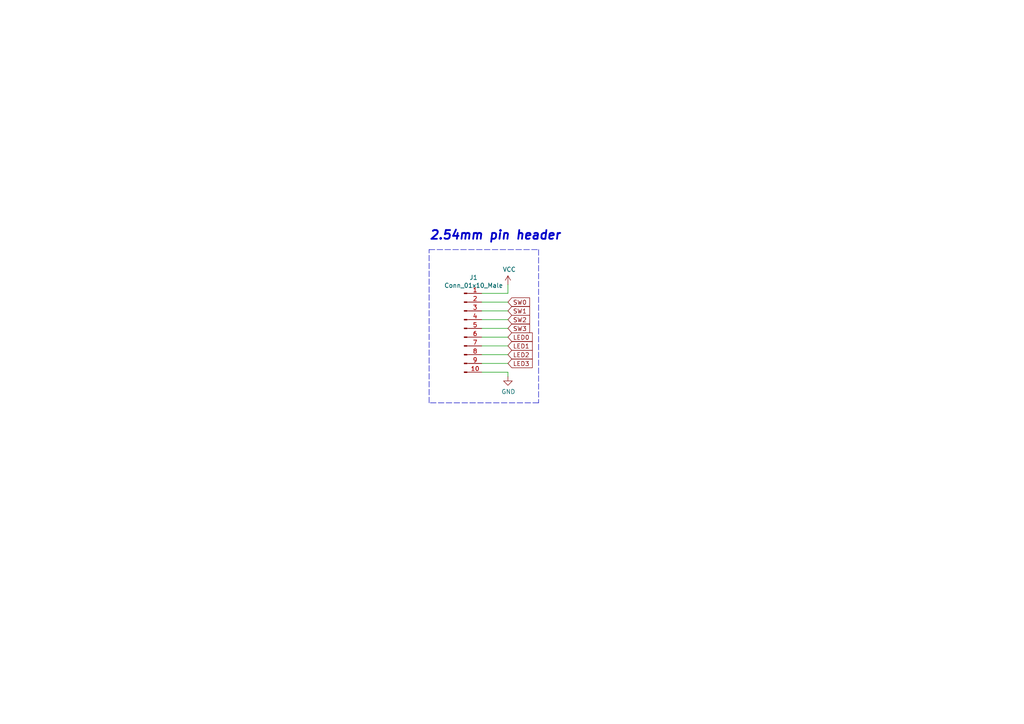
<source format=kicad_sch>
(kicad_sch (version 20211123) (generator eeschema)
  (paper "A4")
  (lib_symbols
    (symbol "Connector:Conn_01x10_Male" (pin_names (offset 1.016) hide)
      (property "Reference" "J" (at 0 12.7 0))
      (property "Value" "Conn_01x10_Male" (at 0 -15.24 0))
      (symbol "Conn_01x10_Male_1_1"
        (polyline (pts (xy 1.27 -12.7) (xy 0.8636 -12.7)) (stroke (width 0.1524)))
        (polyline (pts (xy 1.27 -10.16) (xy 0.8636 -10.16)) (stroke (width 0.1524)))
        (polyline (pts (xy 1.27 -7.62) (xy 0.8636 -7.62)) (stroke (width 0.1524)))
        (polyline (pts (xy 1.27 -5.08) (xy 0.8636 -5.08)) (stroke (width 0.1524)))
        (polyline (pts (xy 1.27 -2.54) (xy 0.8636 -2.54)) (stroke (width 0.1524)))
        (polyline (pts (xy 1.27 0) (xy 0.8636 0)) (stroke (width 0.1524)))
        (polyline (pts (xy 1.27 2.54) (xy 0.8636 2.54)) (stroke (width 0.1524)))
        (polyline (pts (xy 1.27 5.08) (xy 0.8636 5.08)) (stroke (width 0.1524)))
        (polyline (pts (xy 1.27 7.62) (xy 0.8636 7.62)) (stroke (width 0.1524)))
        (polyline (pts (xy 1.27 10.16) (xy 0.8636 10.16)) (stroke (width 0.1524)))
        (rectangle (start 0.8636 -12.573) (end 0 -12.827) (stroke (width 0.1524)) (fill (type outline)))
        (rectangle (start 0.8636 -10.033) (end 0 -10.287) (stroke (width 0.1524)) (fill (type outline)))
        (rectangle (start 0.8636 -7.493) (end 0 -7.747) (stroke (width 0.1524)) (fill (type outline)))
        (rectangle (start 0.8636 -4.953) (end 0 -5.207) (stroke (width 0.1524)) (fill (type outline)))
        (rectangle (start 0.8636 -2.413) (end 0 -2.667) (stroke (width 0.1524)) (fill (type outline)))
        (rectangle (start 0.8636 0.127) (end 0 -0.127) (stroke (width 0.1524)) (fill (type outline)))
        (rectangle (start 0.8636 2.667) (end 0 2.413) (stroke (width 0.1524)) (fill (type outline)))
        (rectangle (start 0.8636 5.207) (end 0 4.953) (stroke (width 0.1524)) (fill (type outline)))
        (rectangle (start 0.8636 7.747) (end 0 7.493) (stroke (width 0.1524)) (fill (type outline)))
        (rectangle (start 0.8636 10.287) (end 0 10.033) (stroke (width 0.1524)) (fill (type outline)))
        (pin passive line (at 5.08 10.16 180) (length 3.81) (name "Pin_1") (number "1"))
        (pin passive line (at 5.08 -12.7 180) (length 3.81) (name "Pin_10") (number "10"))
        (pin passive line (at 5.08 7.62 180) (length 3.81) (name "Pin_2") (number "2"))
        (pin passive line (at 5.08 5.08 180) (length 3.81) (name "Pin_3") (number "3"))
        (pin passive line (at 5.08 2.54 180) (length 3.81) (name "Pin_4") (number "4"))
        (pin passive line (at 5.08 0 180) (length 3.81) (name "Pin_5") (number "5"))
        (pin passive line (at 5.08 -2.54 180) (length 3.81) (name "Pin_6") (number "6"))
        (pin passive line (at 5.08 -5.08 180) (length 3.81) (name "Pin_7") (number "7"))
        (pin passive line (at 5.08 -7.62 180) (length 3.81) (name "Pin_8") (number "8"))
        (pin passive line (at 5.08 -10.16 180) (length 3.81) (name "Pin_9") (number "9"))
      )
    )
    (symbol "power:GND" (power) (pin_names (offset 0))
      (property "Value" "GND" (at 0 -3.81 0))
      (symbol "GND_0_1"
        (polyline (pts (xy 0 0) (xy 0 -1.27) (xy 1.27 -1.27) (xy 0 -2.54) (xy -1.27 -1.27) (xy 0 -1.27)))
      )
      (symbol "GND_1_1"
        (pin power_in line (at 0 0 270) (length 0) hide (name "GND") (number "1"))
      )
    )
    (symbol "power:VCC" (power) (pin_names (offset 0))
      (property "Value" "VCC" (at 0 3.81 0))
      (symbol "VCC_0_1"
        (polyline (pts (xy -0.762 1.27) (xy 0 2.54)))
        (polyline (pts (xy 0 0) (xy 0 2.54)))
        (polyline (pts (xy 0 2.54) (xy 0.762 1.27)))
      )
      (symbol "VCC_1_1"
        (pin power_in line (at 0 0 90) (length 0) hide (name "VCC") (number "1"))
      )
    )
  )
  (wire (pts (xy 139.7 87.63) (xy 147.32 87.63)))
  (wire (pts (xy 147.32 82.55) (xy 147.32 85.09)))
  (wire (pts (xy 147.32 85.09) (xy 139.7 85.09)))
  (polyline (pts (xy 156.21 116.84) (xy 124.46 116.84)))
  (polyline (pts (xy 124.46 72.39) (xy 156.21 72.39)))
  (wire (pts (xy 147.32 107.95) (xy 139.7 107.95)))
  (wire (pts (xy 147.32 90.17) (xy 139.7 90.17)))
  (wire (pts (xy 147.32 97.79) (xy 139.7 97.79)))
  (wire (pts (xy 139.7 105.41) (xy 147.32 105.41)))
  (polyline (pts (xy 124.46 116.84) (xy 124.46 72.39)))
  (wire (pts (xy 147.32 92.71) (xy 139.7 92.71)))
  (wire (pts (xy 147.32 95.25) (xy 139.7 95.25)))
  (polyline (pts (xy 156.21 72.39) (xy 156.21 116.84)))
  (wire (pts (xy 147.32 102.87) (xy 139.7 102.87)))
  (wire (pts (xy 139.7 100.33) (xy 147.32 100.33)))
  (wire (pts (xy 147.32 109.22) (xy 147.32 107.95)))
  (text "2.54mm pin header" (at 124.46 69.85 0) (effects (font (size 2.54 2.54) (thickness 0.508) bold italic) (justify left bottom)))
  (global_label "SW1" (shape input) (at 147.32 90.17 0) (property "Intersheet References" "${INTERSHEET_REFS}" (effects hide)))
  (global_label "SW2" (shape input) (at 147.32 92.71 0) (property "Intersheet References" "${INTERSHEET_REFS}" (effects hide)))
  (global_label "SW3" (shape input) (at 147.32 95.25 0) (property "Intersheet References" "${INTERSHEET_REFS}" (effects hide)))
  (global_label "SW0" (shape input) (at 147.32 87.63 0) (property "Intersheet References" "${INTERSHEET_REFS}" (effects hide)))
  (global_label "LED0" (shape input) (at 147.32 97.79 0) (property "Intersheet References" "${INTERSHEET_REFS}" (effects hide)))
  (global_label "LED2" (shape input) (at 147.32 102.87 0) (property "Intersheet References" "${INTERSHEET_REFS}" (effects hide)))
  (global_label "LED3" (shape input) (at 147.32 105.41 0) (property "Intersheet References" "${INTERSHEET_REFS}" (effects hide)))
  (global_label "LED1" (shape input) (at 147.32 100.33 0) (property "Intersheet References" "${INTERSHEET_REFS}" (effects hide)))
  (symbol (lib_id "power:GND") (at 147.32 109.22 0) (unit 1)
    (property "Reference" "#PWR02" (effects hide))
    (property "Value" "GND" (at 147.447 113.6142 0))
  )
  (symbol (lib_id "power:VCC") (at 147.32 82.55 0) (unit 1)
    (property "Reference" "#PWR01" (effects hide))
    (property "Value" "VCC" (at 147.701 78.1558 0))
  )
  (symbol (lib_id "Connector:Conn_01x10_Male") (at 134.62 95.25 0) (unit 1)
    (property "Reference" "J1" (at 137.3632 80.4926 0))
    (property "Value" "Conn_01x10_Male" (at 137.3632 82.804 0))
    (property "Footprint" "Connector_PinHeader_2.54mm:PinHeader_1x10_P2.54mm_Horizontal" (effects hide))
  )
)
</source>
